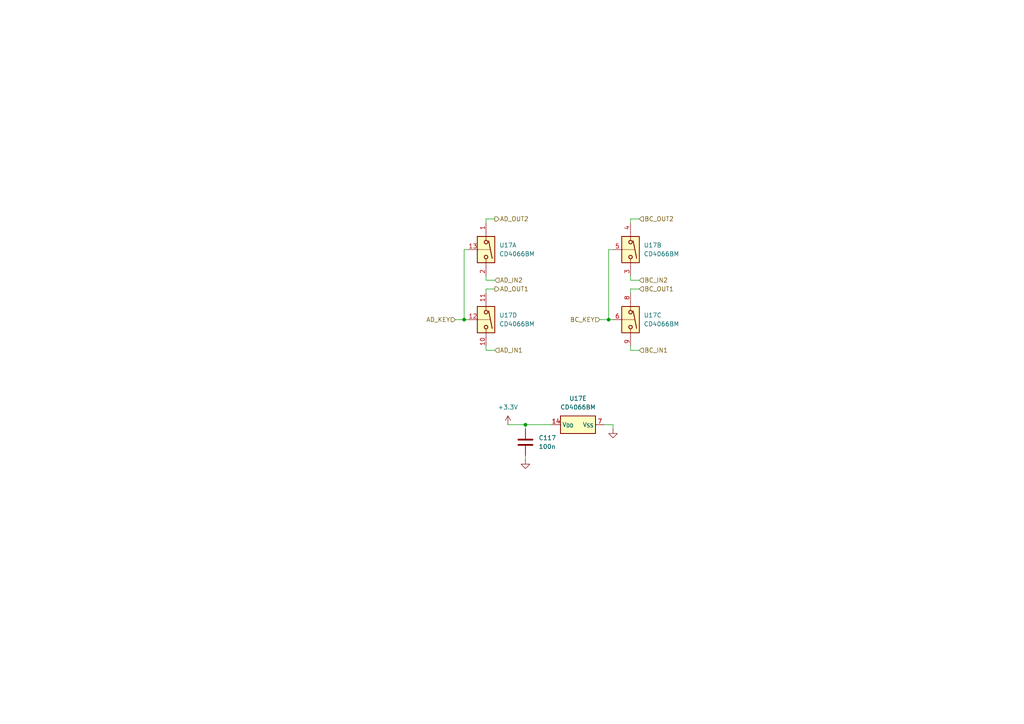
<source format=kicad_sch>
(kicad_sch (version 20250114) (generator "eeschema") (generator_version "9.0")
  (paper "A4")
  (title_block (title "Плата управления\\nшаговыми двигателями") (date "2025-04-30") (comment 1 "Ключ в сборке") (comment 2 "Филимонов С.В."))
  (lib_symbols
    (symbol "Analog_Switch:CD4066BM"
      (property "Reference" "U" (at -5.08 3.81 0))
      (property "Value" "CD4066BM" (at 7.62 3.81 0))
      (symbol "CD4066BM_1_1"
        (polyline (pts (xy -5.08 0) (xy -2.794 0)))
        (rectangle (start -3.81 2.54) (end 3.81 -2.54) (stroke (width 0.254)) (fill (type background)))
        (polyline (pts (xy -2.54 0.762) (xy 2.54 1.778)) (stroke (width 0.254)))
        (circle (center -2.159 0) (radius 0.508) (stroke (width 0.254)))
        (polyline (pts (xy 0 0.762) (xy 0 1.016)))
        (polyline (pts (xy 0 0.254) (xy 0 0.508)))
        (polyline (pts (xy 0 -0.254) (xy 0 0)))
        (polyline (pts (xy 0 -0.762) (xy 0 -0.508)))
        (polyline (pts (xy 0 -1.27) (xy 0 -1.016)))
        (polyline (pts (xy 0 -1.778) (xy 0 -1.524)))
        (polyline (pts (xy 0 -2.54) (xy 0 -2.032)))
        (circle (center 2.159 0) (radius 0.508) (stroke (width 0.254)))
        (polyline (pts (xy 5.08 0) (xy 2.794 0)))
        (pin bidirectional line (at -7.62 0 0) (length 2.54) (name "~") (number "1"))
        (pin input line (at 0 -5.08 90) (length 2.54) (name "~") (number "13"))
        (pin bidirectional line (at 7.62 0 180) (length 2.54) (name "~") (number "2"))
      )
      (symbol "CD4066BM_2_1"
        (polyline (pts (xy -5.08 0) (xy -2.794 0)))
        (rectangle (start -3.81 2.54) (end 3.81 -2.54) (stroke (width 0.254)) (fill (type background)))
        (polyline (pts (xy -2.54 0.762) (xy 2.54 1.778)) (stroke (width 0.254)))
        (circle (center -2.159 0) (radius 0.508) (stroke (width 0.254)))
        (polyline (pts (xy 0 0.762) (xy 0 1.016)))
        (polyline (pts (xy 0 0.254) (xy 0 0.508)))
        (polyline (pts (xy 0 -0.254) (xy 0 0)))
        (polyline (pts (xy 0 -0.762) (xy 0 -0.508)))
        (polyline (pts (xy 0 -1.27) (xy 0 -1.016)))
        (polyline (pts (xy 0 -1.778) (xy 0 -1.524)))
        (polyline (pts (xy 0 -2.54) (xy 0 -2.032)))
        (circle (center 2.159 0) (radius 0.508) (stroke (width 0.254)))
        (polyline (pts (xy 5.08 0) (xy 2.794 0)))
        (pin bidirectional line (at -7.62 0 0) (length 2.54) (name "~") (number "4"))
        (pin input line (at 0 -5.08 90) (length 2.54) (name "~") (number "5"))
        (pin bidirectional line (at 7.62 0 180) (length 2.54) (name "~") (number "3"))
      )
      (symbol "CD4066BM_3_1"
        (polyline (pts (xy -5.08 0) (xy -2.794 0)))
        (rectangle (start -3.81 2.54) (end 3.81 -2.54) (stroke (width 0.254)) (fill (type background)))
        (polyline (pts (xy -2.54 0.762) (xy 2.54 1.778)) (stroke (width 0.254)))
        (circle (center -2.159 0) (radius 0.508) (stroke (width 0.254)))
        (polyline (pts (xy 0 0.762) (xy 0 1.016)))
        (polyline (pts (xy 0 0.254) (xy 0 0.508)))
        (polyline (pts (xy 0 -0.254) (xy 0 0)))
        (polyline (pts (xy 0 -0.762) (xy 0 -0.508)))
        (polyline (pts (xy 0 -1.27) (xy 0 -1.016)))
        (polyline (pts (xy 0 -1.778) (xy 0 -1.524)))
        (polyline (pts (xy 0 -2.54) (xy 0 -2.032)))
        (circle (center 2.159 0) (radius 0.508) (stroke (width 0.254)))
        (polyline (pts (xy 5.08 0) (xy 2.794 0)))
        (pin bidirectional line (at -7.62 0 0) (length 2.54) (name "~") (number "8"))
        (pin input line (at 0 -5.08 90) (length 2.54) (name "~") (number "6"))
        (pin bidirectional line (at 7.62 0 180) (length 2.54) (name "~") (number "9"))
      )
      (symbol "CD4066BM_4_1"
        (polyline (pts (xy -5.08 0) (xy -2.794 0)))
        (rectangle (start -3.81 2.54) (end 3.81 -2.54) (stroke (width 0.254)) (fill (type background)))
        (polyline (pts (xy -2.54 0.762) (xy 2.54 1.778)) (stroke (width 0.254)))
        (circle (center -2.159 0) (radius 0.508) (stroke (width 0.254)))
        (polyline (pts (xy 0 0.762) (xy 0 1.016)))
        (polyline (pts (xy 0 0.254) (xy 0 0.508)))
        (polyline (pts (xy 0 -0.254) (xy 0 0)))
        (polyline (pts (xy 0 -0.762) (xy 0 -0.508)))
        (polyline (pts (xy 0 -1.27) (xy 0 -1.016)))
        (polyline (pts (xy 0 -1.778) (xy 0 -1.524)))
        (polyline (pts (xy 0 -2.54) (xy 0 -2.032)))
        (circle (center 2.159 0) (radius 0.508) (stroke (width 0.254)))
        (polyline (pts (xy 5.08 0) (xy 2.794 0)))
        (pin bidirectional line (at -7.62 0 0) (length 2.54) (name "~") (number "11"))
        (pin input line (at 0 -5.08 90) (length 2.54) (name "~") (number "12"))
        (pin bidirectional line (at 7.62 0 180) (length 2.54) (name "~") (number "10"))
      )
      (symbol "CD4066BM_5_1"
        (rectangle (start -2.54 5.08) (end 2.54 -5.08) (stroke (width 0.254)) (fill (type background)))
        (pin power_in line (at 0 7.62 270) (length 2.54) (name "V_{DD}") (number "14"))
        (pin power_in line (at 0 -7.62 90) (length 2.54) (name "V_{SS}") (number "7"))
      )
    )
    (symbol "Device:C" (pin_numbers (hide yes)) (pin_names (offset 0.254))
      (property "Reference" "C" (at 0.635 2.54 0))
      (property "Value" "C" (at 0.635 -2.54 0))
      (symbol "C_0_1"
        (polyline (pts (xy -2.032 0.762) (xy 2.032 0.762)) (stroke (width 0.508)))
        (polyline (pts (xy -2.032 -0.762) (xy 2.032 -0.762)) (stroke (width 0.508)))
      )
      (symbol "C_1_1"
        (pin passive line (at 0 3.81 270) (length 2.794) (name "~") (number "1"))
        (pin passive line (at 0 -3.81 90) (length 2.794) (name "~") (number "2"))
      )
    )
    (symbol "power:+3.3V" (power) (pin_numbers (hide yes)) (pin_names (offset 0) (hide yes))
      (property "Value" "+3.3V" (at 0 3.556 0))
      (symbol "+3.3V_0_1"
        (polyline (pts (xy -0.762 1.27) (xy 0 2.54)))
        (polyline (pts (xy 0 2.54) (xy 0.762 1.27)))
        (polyline (pts (xy 0 0) (xy 0 2.54)))
      )
      (symbol "+3.3V_1_1"
        (pin power_in line (at 0 0 90) (length 0) (name "~") (number "1"))
      )
    )
    (symbol "power:GND" (power) (pin_numbers (hide yes)) (pin_names (offset 0) (hide yes))
      (property "Value" "GND" (at 0 -3.81 0))
      (symbol "GND_0_1"
        (polyline (pts (xy 0 0) (xy 0 -1.27) (xy 1.27 -1.27) (xy 0 -2.54) (xy -1.27 -1.27) (xy 0 -1.27)))
      )
      (symbol "GND_1_1"
        (pin power_in line (at 0 0 270) (length 0) (name "~") (number "1"))
      )
    )
  )
  (junction (at 152.4 123.19))
  (junction (at 176.53 92.71))
  (junction (at 134.62 92.71))
  (wire (pts (xy 182.88 101.6) (xy 185.42 101.6)))
  (wire (pts (xy 140.97 63.5) (xy 143.51 63.5)))
  (wire (pts (xy 140.97 83.82) (xy 143.51 83.82)))
  (wire (pts (xy 140.97 101.6) (xy 143.51 101.6)))
  (wire (pts (xy 182.88 81.28) (xy 185.42 81.28)))
  (wire (pts (xy 182.88 100.33) (xy 182.88 101.6)))
  (wire (pts (xy 134.62 92.71) (xy 135.89 92.71)))
  (wire (pts (xy 182.88 85.09) (xy 182.88 83.82)))
  (wire (pts (xy 182.88 83.82) (xy 185.42 83.82)))
  (wire (pts (xy 135.89 72.39) (xy 134.62 72.39)))
  (wire (pts (xy 182.88 80.01) (xy 182.88 81.28)))
  (wire (pts (xy 173.99 92.71) (xy 176.53 92.71)))
  (wire (pts (xy 140.97 85.09) (xy 140.97 83.82)))
  (wire (pts (xy 152.4 123.19) (xy 152.4 124.46)))
  (wire (pts (xy 177.8 123.19) (xy 175.26 123.19)))
  (wire (pts (xy 152.4 123.19) (xy 160.02 123.19)))
  (wire (pts (xy 176.53 92.71) (xy 177.8 92.71)))
  (wire (pts (xy 177.8 124.46) (xy 177.8 123.19)))
  (wire (pts (xy 140.97 81.28) (xy 143.51 81.28)))
  (wire (pts (xy 177.8 72.39) (xy 176.53 72.39)))
  (wire (pts (xy 140.97 100.33) (xy 140.97 101.6)))
  (wire (pts (xy 152.4 132.08) (xy 152.4 133.35)))
  (wire (pts (xy 176.53 72.39) (xy 176.53 92.71)))
  (wire (pts (xy 182.88 63.5) (xy 185.42 63.5)))
  (wire (pts (xy 140.97 80.01) (xy 140.97 81.28)))
  (wire (pts (xy 182.88 64.77) (xy 182.88 63.5)))
  (wire (pts (xy 134.62 72.39) (xy 134.62 92.71)))
  (wire (pts (xy 132.08 92.71) (xy 134.62 92.71)))
  (wire (pts (xy 147.32 123.19) (xy 152.4 123.19)))
  (wire (pts (xy 140.97 64.77) (xy 140.97 63.5)))
  (hierarchical_label "AD_OUT2" (shape output) (at 143.51 63.5 0))
  (hierarchical_label "BC_IN1" (shape input) (at 185.42 101.6 0))
  (hierarchical_label "AD_OUT1" (shape output) (at 143.51 83.82 0))
  (hierarchical_label "AD_KEY" (shape input) (at 132.08 92.71 180))
  (hierarchical_label "BC_IN2" (shape input) (at 185.42 81.28 0))
  (hierarchical_label "BC_KEY" (shape input) (at 173.99 92.71 180))
  (hierarchical_label "AD_IN2" (shape input) (at 143.51 81.28 0))
  (hierarchical_label "BC_OUT2" (shape input) (at 185.42 63.5 0))
  (hierarchical_label "BC_OUT1" (shape input) (at 185.42 83.82 0))
  (hierarchical_label "AD_IN1" (shape input) (at 143.51 101.6 0))
  (symbol (lib_id "power:+3.3V") (at 147.32 123.19 0) (unit 1)
    (property "Reference" "#PWR0274" (effects (hide yes)))
    (property "Value" "+3.3V" (at 147.32 118.11 0))
    (property "Description" "Power symbol creates a global label with name \"+3.3V\"" (effects (hide yes)))
    (instances (project "UnitStepMotors" (path "" (reference "#PWR0283") (unit 1)) (path "" (reference "#PWR0280") (unit 1)) (path "" (reference "#PWR0277") (unit 1)) (path "" (reference "#PWR0286") (unit 1)) (path "" (reference "#PWR0274") (unit 1))))
  )
  (symbol (lib_id "Analog_Switch:CD4066BM") (at 140.97 92.71 270) (unit 4)
    (property "Reference" "U14" (at 144.78 91.4399 90) (effects (justify left)))
    (property "Value" "CD4066BM" (at 144.78 93.9799 90) (effects (justify left)))
    (property "Footprint" "Package_SO:SO-14_3.9x8.65mm_P1.27mm" (effects (hide yes)))
    (property "Datasheet" "https://www.ti.com/lit/ds/symlink/cd4066b.pdf" (effects (hide yes)))
    (property "Description" "Quad 20V analog SPST 1:1 switch, SO-14 (3.9x8.65mm)" (effects (hide yes)))
    (instances (project "UnitStepMotors" (path "" (reference "U17") (unit 4)) (path "" (reference "U16") (unit 4)) (path "" (reference "U15") (unit 4)) (path "" (reference "U18") (unit 4)) (path "" (reference "U14") (unit 4))))
  )
  (symbol (lib_id "Device:C") (at 152.4 128.27 0) (unit 1)
    (property "Reference" "C114" (at 156.21 126.9999 0) (effects (justify left)))
    (property "Value" "100n" (at 156.21 129.5399 0) (effects (justify left)))
    (property "Footprint" "Capacitor_SMD:C_0805_2012Metric" (effects (hide yes)))
    (property "Description" "Unpolarized capacitor" (effects (hide yes)))
    (instances (project "UnitStepMotors" (path "" (reference "C117") (unit 1)) (path "" (reference "C116") (unit 1)) (path "" (reference "C115") (unit 1)) (path "" (reference "C118") (unit 1)) (path "" (reference "C114") (unit 1))))
  )
  (symbol (lib_id "power:GND") (at 177.8 124.46 0) (unit 1)
    (property "Reference" "#PWR0276" (effects (hide yes)))
    (property "Value" "GND" (effects (hide yes)))
    (property "Description" "Power symbol creates a global label with name \"GND\" , ground" (effects (hide yes)))
    (instances (project "UnitStepMotors" (path "" (reference "#PWR0285") (unit 1)) (path "" (reference "#PWR0282") (unit 1)) (path "" (reference "#PWR0279") (unit 1)) (path "" (reference "#PWR0288") (unit 1)) (path "" (reference "#PWR0276") (unit 1))))
  )
  (symbol (lib_id "Analog_Switch:CD4066BM") (at 167.64 123.19 90) (unit 5)
    (property "Reference" "U14" (at 167.64 115.57 90))
    (property "Value" "CD4066BM" (at 167.64 118.11 90))
    (property "Footprint" "Package_SO:SO-14_3.9x8.65mm_P1.27mm" (effects (hide yes)))
    (property "Datasheet" "https://www.ti.com/lit/ds/symlink/cd4066b.pdf" (effects (hide yes)))
    (property "Description" "Quad 20V analog SPST 1:1 switch, SO-14 (3.9x8.65mm)" (effects (hide yes)))
    (instances (project "UnitStepMotors" (path "" (reference "U17") (unit 5)) (path "" (reference "U16") (unit 5)) (path "" (reference "U15") (unit 5)) (path "" (reference "U18") (unit 5)) (path "" (reference "U14") (unit 5))))
  )
  (symbol (lib_id "Analog_Switch:CD4066BM") (at 182.88 92.71 270) (unit 3)
    (property "Reference" "U14" (at 186.69 91.4399 90) (effects (justify left)))
    (property "Value" "CD4066BM" (at 186.69 93.9799 90) (effects (justify left)))
    (property "Footprint" "Package_SO:SO-14_3.9x8.65mm_P1.27mm" (effects (hide yes)))
    (property "Datasheet" "https://www.ti.com/lit/ds/symlink/cd4066b.pdf" (effects (hide yes)))
    (property "Description" "Quad 20V analog SPST 1:1 switch, SO-14 (3.9x8.65mm)" (effects (hide yes)))
    (instances (project "UnitStepMotors" (path "" (reference "U17") (unit 3)) (path "" (reference "U16") (unit 3)) (path "" (reference "U15") (unit 3)) (path "" (reference "U18") (unit 3)) (path "" (reference "U14") (unit 3))))
  )
  (symbol (lib_id "power:GND") (at 152.4 133.35 0) (unit 1)
    (property "Reference" "#PWR0275" (effects (hide yes)))
    (property "Value" "GND" (effects (hide yes)))
    (property "Description" "Power symbol creates a global label with name \"GND\" , ground" (effects (hide yes)))
    (instances (project "UnitStepMotors" (path "" (reference "#PWR0284") (unit 1)) (path "" (reference "#PWR0281") (unit 1)) (path "" (reference "#PWR0278") (unit 1)) (path "" (reference "#PWR0287") (unit 1)) (path "" (reference "#PWR0275") (unit 1))))
  )
  (symbol (lib_id "Analog_Switch:CD4066BM") (at 182.88 72.39 270) (unit 2)
    (property "Reference" "U14" (at 186.69 71.1199 90) (effects (justify left)))
    (property "Value" "CD4066BM" (at 186.69 73.6599 90) (effects (justify left)))
    (property "Footprint" "Package_SO:SO-14_3.9x8.65mm_P1.27mm" (effects (hide yes)))
    (property "Datasheet" "https://www.ti.com/lit/ds/symlink/cd4066b.pdf" (effects (hide yes)))
    (property "Description" "Quad 20V analog SPST 1:1 switch, SO-14 (3.9x8.65mm)" (effects (hide yes)))
    (instances (project "UnitStepMotors" (path "" (reference "U17") (unit 2)) (path "" (reference "U16") (unit 2)) (path "" (reference "U15") (unit 2)) (path "" (reference "U18") (unit 2)) (path "" (reference "U14") (unit 2))))
  )
  (symbol (lib_id "Analog_Switch:CD4066BM") (at 140.97 72.39 270) (unit 1)
    (property "Reference" "U14" (at 144.78 71.1199 90) (effects (justify left)))
    (property "Value" "CD4066BM" (at 144.78 73.6599 90) (effects (justify left)))
    (property "Footprint" "Package_SO:SO-14_3.9x8.65mm_P1.27mm" (effects (hide yes)))
    (property "Datasheet" "https://www.ti.com/lit/ds/symlink/cd4066b.pdf" (effects (hide yes)))
    (property "Description" "Quad 20V analog SPST 1:1 switch, SO-14 (3.9x8.65mm)" (effects (hide yes)))
    (instances (project "UnitStepMotors" (path "" (reference "U17") (unit 1)) (path "" (reference "U16") (unit 1)) (path "" (reference "U15") (unit 1)) (path "" (reference "U18") (unit 1)) (path "" (reference "U14") (unit 1))))
  )
)
</source>
